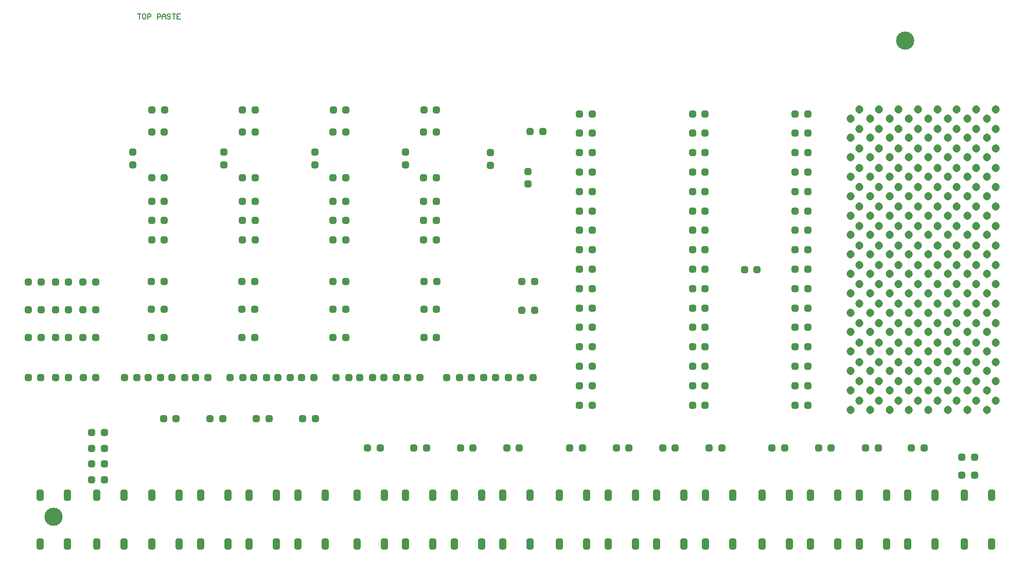
<source format=gtp>
G04*
G04 #@! TF.GenerationSoftware,Altium Limited,CircuitStudio,1.5.2 (30)*
G04*
G04 Layer_Color=9634006*
%FSLAX25Y25*%
%MOIN*%
G70*
G01*
G75*
G04:AMPARAMS|DCode=10|XSize=47.24mil|YSize=47.24mil|CornerRadius=15.59mil|HoleSize=0mil|Usage=FLASHONLY|Rotation=0.000|XOffset=0mil|YOffset=0mil|HoleType=Round|Shape=RoundedRectangle|*
%AMROUNDEDRECTD10*
21,1,0.04724,0.01606,0,0,0.0*
21,1,0.01606,0.04724,0,0,0.0*
1,1,0.03118,0.00803,-0.00803*
1,1,0.03118,-0.00803,-0.00803*
1,1,0.03118,-0.00803,0.00803*
1,1,0.03118,0.00803,0.00803*
%
%ADD10ROUNDEDRECTD10*%
G04:AMPARAMS|DCode=11|XSize=72mil|YSize=46mil|CornerRadius=13.8mil|HoleSize=0mil|Usage=FLASHONLY|Rotation=90.000|XOffset=0mil|YOffset=0mil|HoleType=Round|Shape=RoundedRectangle|*
%AMROUNDEDRECTD11*
21,1,0.07200,0.01840,0,0,90.0*
21,1,0.04440,0.04600,0,0,90.0*
1,1,0.02760,0.00920,0.02220*
1,1,0.02760,0.00920,-0.02220*
1,1,0.02760,-0.00920,-0.02220*
1,1,0.02760,-0.00920,0.02220*
%
%ADD11ROUNDEDRECTD11*%
G04:AMPARAMS|DCode=12|XSize=47.24mil|YSize=47.24mil|CornerRadius=15.59mil|HoleSize=0mil|Usage=FLASHONLY|Rotation=90.000|XOffset=0mil|YOffset=0mil|HoleType=Round|Shape=RoundedRectangle|*
%AMROUNDEDRECTD12*
21,1,0.04724,0.01606,0,0,90.0*
21,1,0.01606,0.04724,0,0,90.0*
1,1,0.03118,0.00803,0.00803*
1,1,0.03118,0.00803,-0.00803*
1,1,0.03118,-0.00803,-0.00803*
1,1,0.03118,-0.00803,0.00803*
%
%ADD12ROUNDEDRECTD12*%
G04:AMPARAMS|DCode=13|XSize=47.24mil|YSize=47.24mil|CornerRadius=15.59mil|HoleSize=0mil|Usage=FLASHONLY|Rotation=45.000|XOffset=0mil|YOffset=0mil|HoleType=Round|Shape=RoundedRectangle|*
%AMROUNDEDRECTD13*
21,1,0.04724,0.01606,0,0,45.0*
21,1,0.01606,0.04724,0,0,45.0*
1,1,0.03118,0.01136,0.00000*
1,1,0.03118,0.00000,-0.01136*
1,1,0.03118,-0.01136,0.00000*
1,1,0.03118,0.00000,0.01136*
%
%ADD13ROUNDEDRECTD13*%
%ADD26C,0.00600*%
%ADD155C,0.11811*%
D10*
X658752Y1001700D02*
D03*
X666952D02*
D03*
X1122658Y1027500D02*
D03*
X1130858D02*
D03*
X904325Y957706D02*
D03*
X912525D02*
D03*
X888938D02*
D03*
X897138D02*
D03*
X873550D02*
D03*
X881750D02*
D03*
X858163D02*
D03*
X866363D02*
D03*
X835695D02*
D03*
X843894D02*
D03*
X820307D02*
D03*
X828507D02*
D03*
X804920D02*
D03*
X813120D02*
D03*
X789532D02*
D03*
X797732D02*
D03*
X767058D02*
D03*
X775257D02*
D03*
X751776D02*
D03*
X759976D02*
D03*
X736389D02*
D03*
X744589D02*
D03*
X721002D02*
D03*
X729202D02*
D03*
X694295D02*
D03*
X702494D02*
D03*
X676507D02*
D03*
X684707D02*
D03*
X658720D02*
D03*
X666920D02*
D03*
X977423Y957657D02*
D03*
X985623D02*
D03*
X694152Y983600D02*
D03*
X702352D02*
D03*
X676452D02*
D03*
X684652D02*
D03*
X658752D02*
D03*
X666952D02*
D03*
X658752Y1019700D02*
D03*
X666952D02*
D03*
X676452D02*
D03*
X684652D02*
D03*
X694152D02*
D03*
X702352D02*
D03*
X738700Y1046887D02*
D03*
X746900D02*
D03*
X797400D02*
D03*
X805600D02*
D03*
X856100D02*
D03*
X864300D02*
D03*
X914800D02*
D03*
X923000D02*
D03*
X738700Y1059594D02*
D03*
X746900D02*
D03*
X797400D02*
D03*
X805600D02*
D03*
X856100D02*
D03*
X864300D02*
D03*
X914800D02*
D03*
X923000D02*
D03*
X738700Y1072100D02*
D03*
X746900D02*
D03*
X797400D02*
D03*
X805600D02*
D03*
X856100D02*
D03*
X864300D02*
D03*
X914800D02*
D03*
X923000D02*
D03*
X738766Y1131157D02*
D03*
X746966D02*
D03*
X797466D02*
D03*
X805666D02*
D03*
X856266D02*
D03*
X864466D02*
D03*
X914966D02*
D03*
X923166D02*
D03*
X1015750Y939780D02*
D03*
X1023950D02*
D03*
X1015750Y952380D02*
D03*
X1023950D02*
D03*
X1015750Y964980D02*
D03*
X1023950D02*
D03*
X1015750Y977580D02*
D03*
X1023950D02*
D03*
X1015750Y990180D02*
D03*
X1023950D02*
D03*
X1015750Y1002780D02*
D03*
X1023950D02*
D03*
X1015750Y1015380D02*
D03*
X1023950D02*
D03*
X1015750Y1027980D02*
D03*
X1023950D02*
D03*
X1015750Y1040580D02*
D03*
X1023950D02*
D03*
X1015750Y1053180D02*
D03*
X1023950D02*
D03*
X1015750Y1065780D02*
D03*
X1023950D02*
D03*
X1015750Y1078380D02*
D03*
X1023950D02*
D03*
X1015750Y1090980D02*
D03*
X1023950D02*
D03*
X1015750Y1103580D02*
D03*
X1023950D02*
D03*
X1015750Y1116180D02*
D03*
X1023950D02*
D03*
X1015750Y1128780D02*
D03*
X1023950D02*
D03*
X1089050Y939780D02*
D03*
X1097250D02*
D03*
X1089050Y952380D02*
D03*
X1097250D02*
D03*
X1089050Y964980D02*
D03*
X1097250D02*
D03*
X1089050Y977580D02*
D03*
X1097250D02*
D03*
X1089050Y990180D02*
D03*
X1097250D02*
D03*
X1089050Y1002780D02*
D03*
X1097250D02*
D03*
X1089050Y1015380D02*
D03*
X1097250D02*
D03*
X1089050Y1027980D02*
D03*
X1097250D02*
D03*
X1089050Y1040580D02*
D03*
X1097250D02*
D03*
X1089050Y1053180D02*
D03*
X1097250D02*
D03*
X1089050Y1065780D02*
D03*
X1097250D02*
D03*
X1089050Y1078380D02*
D03*
X1097250D02*
D03*
X1089050Y1090980D02*
D03*
X1097250D02*
D03*
X1089050Y1103580D02*
D03*
X1097250D02*
D03*
X1089050Y1116180D02*
D03*
X1097250D02*
D03*
X1089050Y1128780D02*
D03*
X1097250D02*
D03*
X1155450Y939780D02*
D03*
X1163650D02*
D03*
X1155450Y952380D02*
D03*
X1163650D02*
D03*
X1155450Y964980D02*
D03*
X1163650D02*
D03*
X1155450Y977580D02*
D03*
X1163650D02*
D03*
X1155450Y990180D02*
D03*
X1163650D02*
D03*
X1155450Y1002780D02*
D03*
X1163650D02*
D03*
X1155450Y1015380D02*
D03*
X1163650D02*
D03*
X1155450Y1027980D02*
D03*
X1163650D02*
D03*
X1155450Y1040580D02*
D03*
X1163650D02*
D03*
X1155450Y1053180D02*
D03*
X1163650D02*
D03*
X1155450Y1065780D02*
D03*
X1163650D02*
D03*
X1155450Y1078380D02*
D03*
X1163650D02*
D03*
X1155450Y1090980D02*
D03*
X1163650D02*
D03*
X1155450Y1103580D02*
D03*
X1163650D02*
D03*
X1155450Y1116180D02*
D03*
X1163650D02*
D03*
X1263500Y894300D02*
D03*
X1271700D02*
D03*
X1263500Y905800D02*
D03*
X1271700D02*
D03*
X1230819Y912000D02*
D03*
X1239019D02*
D03*
X1201125D02*
D03*
X1209325D02*
D03*
X1170644D02*
D03*
X1178844D02*
D03*
X1140557D02*
D03*
X1148757D02*
D03*
X1099769D02*
D03*
X1107969D02*
D03*
X1069682D02*
D03*
X1077882D02*
D03*
X1039594D02*
D03*
X1047795D02*
D03*
X1009507D02*
D03*
X1017707D02*
D03*
X968720D02*
D03*
X976920D02*
D03*
X938632D02*
D03*
X946832D02*
D03*
X908545D02*
D03*
X916745D02*
D03*
X878458D02*
D03*
X886658D02*
D03*
X836570Y930800D02*
D03*
X844770D02*
D03*
X806483D02*
D03*
X814683D02*
D03*
X776395D02*
D03*
X784595D02*
D03*
X746308D02*
D03*
X754508D02*
D03*
X699727Y891313D02*
D03*
X707927D02*
D03*
X699727Y901513D02*
D03*
X707927D02*
D03*
X699727Y911713D02*
D03*
X707927D02*
D03*
X699727Y922013D02*
D03*
X707927D02*
D03*
X961476Y957706D02*
D03*
X969676D02*
D03*
X945689D02*
D03*
X953889D02*
D03*
X929802D02*
D03*
X938002D02*
D03*
X983858Y1117300D02*
D03*
X992058D02*
D03*
X978458Y1001400D02*
D03*
X986658D02*
D03*
X978558Y1020000D02*
D03*
X986758D02*
D03*
X915000Y983600D02*
D03*
X923200D02*
D03*
X856200D02*
D03*
X864400D02*
D03*
X797200D02*
D03*
X805400D02*
D03*
X738500D02*
D03*
X746700D02*
D03*
X915000Y1001800D02*
D03*
X923200D02*
D03*
X856200Y1001900D02*
D03*
X864400D02*
D03*
X797200Y1001800D02*
D03*
X805400D02*
D03*
X738500D02*
D03*
X746700D02*
D03*
X915100Y1019800D02*
D03*
X923300D02*
D03*
X856100D02*
D03*
X864300D02*
D03*
X797200D02*
D03*
X805400D02*
D03*
X738500D02*
D03*
X746700D02*
D03*
X914800Y1087400D02*
D03*
X923000D02*
D03*
X856100D02*
D03*
X864300D02*
D03*
X797400D02*
D03*
X805600D02*
D03*
X738700D02*
D03*
X746900D02*
D03*
X914800Y1117083D02*
D03*
X923000D02*
D03*
X856100D02*
D03*
X864300D02*
D03*
X797400D02*
D03*
X805600D02*
D03*
X738700D02*
D03*
X746900D02*
D03*
X1155450Y1128780D02*
D03*
X1163650D02*
D03*
X694152Y1001700D02*
D03*
X702352D02*
D03*
X676452D02*
D03*
X684652D02*
D03*
D11*
X871670Y849699D02*
D03*
Y881195D02*
D03*
X889386D02*
D03*
Y849699D02*
D03*
X666333D02*
D03*
Y881195D02*
D03*
X684049D02*
D03*
Y849699D02*
D03*
X703033D02*
D03*
Y881195D02*
D03*
X720749D02*
D03*
Y849699D02*
D03*
X738820D02*
D03*
Y881195D02*
D03*
X756536D02*
D03*
Y849699D02*
D03*
X770307D02*
D03*
Y881195D02*
D03*
X788024D02*
D03*
Y849699D02*
D03*
X801801D02*
D03*
Y881195D02*
D03*
X819518D02*
D03*
Y849699D02*
D03*
X833288D02*
D03*
Y881195D02*
D03*
X851005D02*
D03*
Y849699D02*
D03*
X1265012D02*
D03*
Y881195D02*
D03*
X1282729D02*
D03*
Y849699D02*
D03*
X1228437D02*
D03*
Y881195D02*
D03*
X1246154D02*
D03*
Y849699D02*
D03*
X1196950D02*
D03*
Y881195D02*
D03*
X1214666D02*
D03*
Y849699D02*
D03*
X1165456D02*
D03*
Y881195D02*
D03*
X1183173D02*
D03*
Y849699D02*
D03*
X1133969D02*
D03*
Y881195D02*
D03*
X1151685D02*
D03*
Y849699D02*
D03*
X1002819D02*
D03*
Y881195D02*
D03*
X1020536D02*
D03*
Y849699D02*
D03*
X1034307D02*
D03*
Y881195D02*
D03*
X1052023D02*
D03*
Y849699D02*
D03*
X1065800D02*
D03*
Y881195D02*
D03*
X1083517D02*
D03*
Y849699D02*
D03*
X1097288D02*
D03*
Y881195D02*
D03*
X1115004D02*
D03*
Y849699D02*
D03*
X966138D02*
D03*
Y881195D02*
D03*
X983855D02*
D03*
Y849699D02*
D03*
X934651D02*
D03*
Y881195D02*
D03*
X952367D02*
D03*
Y849699D02*
D03*
X903157D02*
D03*
Y881195D02*
D03*
X920874D02*
D03*
Y849699D02*
D03*
D12*
X726572Y1095732D02*
D03*
Y1103932D02*
D03*
X785445Y1095732D02*
D03*
Y1103932D02*
D03*
X844539Y1095732D02*
D03*
Y1103932D02*
D03*
X903239Y1095732D02*
D03*
Y1103932D02*
D03*
X982358Y1083200D02*
D03*
Y1091400D02*
D03*
X958158Y1095300D02*
D03*
Y1103500D02*
D03*
D13*
X1279611Y936781D02*
D03*
X1285409Y942579D02*
D03*
X1267011Y936781D02*
D03*
X1272809Y942579D02*
D03*
X1254411Y936781D02*
D03*
X1260209Y942579D02*
D03*
X1241811Y936781D02*
D03*
X1247609Y942579D02*
D03*
X1229211Y936781D02*
D03*
X1235009Y942579D02*
D03*
X1216611Y936781D02*
D03*
X1222409Y942579D02*
D03*
X1204011Y936781D02*
D03*
X1209809Y942579D02*
D03*
X1191411Y936781D02*
D03*
X1197209Y942579D02*
D03*
X1279611Y949381D02*
D03*
X1285409Y955179D02*
D03*
X1267011Y949381D02*
D03*
X1272809Y955179D02*
D03*
X1254411Y949381D02*
D03*
X1260209Y955179D02*
D03*
X1241811Y949381D02*
D03*
X1247609Y955179D02*
D03*
X1229211Y949381D02*
D03*
X1235009Y955179D02*
D03*
X1216611Y949381D02*
D03*
X1222409Y955179D02*
D03*
X1204011Y949381D02*
D03*
X1209809Y955179D02*
D03*
X1191411Y949381D02*
D03*
X1197209Y955179D02*
D03*
X1279611Y961981D02*
D03*
X1285409Y967779D02*
D03*
X1267011Y961981D02*
D03*
X1272809Y967779D02*
D03*
X1254411Y961981D02*
D03*
X1260209Y967779D02*
D03*
X1241811Y961981D02*
D03*
X1247609Y967779D02*
D03*
X1229211Y961981D02*
D03*
X1235009Y967779D02*
D03*
X1216611Y961981D02*
D03*
X1222409Y967779D02*
D03*
X1204011Y961981D02*
D03*
X1209809Y967779D02*
D03*
X1191411Y961981D02*
D03*
X1197209Y967779D02*
D03*
X1279611Y974581D02*
D03*
X1285409Y980379D02*
D03*
X1267011Y974581D02*
D03*
X1272809Y980379D02*
D03*
X1254411Y974581D02*
D03*
X1260209Y980379D02*
D03*
X1241811Y974581D02*
D03*
X1247609Y980379D02*
D03*
X1229211Y974581D02*
D03*
X1235009Y980379D02*
D03*
X1216611Y974581D02*
D03*
X1222409Y980379D02*
D03*
X1204011Y974581D02*
D03*
X1209809Y980379D02*
D03*
X1191411Y974581D02*
D03*
X1197209Y980379D02*
D03*
X1279611Y987181D02*
D03*
X1285409Y992979D02*
D03*
X1267011Y987181D02*
D03*
X1272809Y992979D02*
D03*
X1254411Y987181D02*
D03*
X1260209Y992979D02*
D03*
X1241811Y987181D02*
D03*
X1247609Y992979D02*
D03*
X1229211Y987181D02*
D03*
X1235009Y992979D02*
D03*
X1216611Y987181D02*
D03*
X1222409Y992979D02*
D03*
X1204011Y987181D02*
D03*
X1209809Y992979D02*
D03*
X1191411Y987181D02*
D03*
X1197209Y992979D02*
D03*
X1279611Y999781D02*
D03*
X1285409Y1005579D02*
D03*
X1267011Y999781D02*
D03*
X1272809Y1005579D02*
D03*
X1254411Y999781D02*
D03*
X1260209Y1005579D02*
D03*
X1241811Y999781D02*
D03*
X1247609Y1005579D02*
D03*
X1229211Y999781D02*
D03*
X1235009Y1005579D02*
D03*
X1216611Y999781D02*
D03*
X1222409Y1005579D02*
D03*
X1204011Y999781D02*
D03*
X1209809Y1005579D02*
D03*
X1191411Y999781D02*
D03*
X1197209Y1005579D02*
D03*
X1279611Y1012381D02*
D03*
X1285409Y1018179D02*
D03*
X1267011Y1012381D02*
D03*
X1272809Y1018179D02*
D03*
X1254411Y1012381D02*
D03*
X1260209Y1018179D02*
D03*
X1241811Y1012381D02*
D03*
X1247609Y1018179D02*
D03*
X1229211Y1012381D02*
D03*
X1235009Y1018179D02*
D03*
X1216611Y1012381D02*
D03*
X1222409Y1018179D02*
D03*
X1204011Y1012381D02*
D03*
X1209809Y1018179D02*
D03*
X1191411Y1012381D02*
D03*
X1197209Y1018179D02*
D03*
X1279611Y1024981D02*
D03*
X1285409Y1030779D02*
D03*
X1267011Y1024981D02*
D03*
X1272809Y1030779D02*
D03*
X1254411Y1024981D02*
D03*
X1260209Y1030779D02*
D03*
X1241811Y1024981D02*
D03*
X1247609Y1030779D02*
D03*
X1229211Y1024981D02*
D03*
X1235009Y1030779D02*
D03*
X1216611Y1024981D02*
D03*
X1222409Y1030779D02*
D03*
X1204011Y1024981D02*
D03*
X1209809Y1030779D02*
D03*
X1191411Y1024981D02*
D03*
X1197209Y1030779D02*
D03*
X1279611Y1037581D02*
D03*
X1285409Y1043379D02*
D03*
X1267011Y1037581D02*
D03*
X1272809Y1043379D02*
D03*
X1254411Y1037581D02*
D03*
X1260209Y1043379D02*
D03*
X1241811Y1037581D02*
D03*
X1247609Y1043379D02*
D03*
X1229211Y1037581D02*
D03*
X1235009Y1043379D02*
D03*
X1216611Y1037581D02*
D03*
X1222409Y1043379D02*
D03*
X1204011Y1037581D02*
D03*
X1209809Y1043379D02*
D03*
X1191411Y1037581D02*
D03*
X1197209Y1043379D02*
D03*
X1279611Y1050181D02*
D03*
X1285409Y1055979D02*
D03*
X1267011Y1050181D02*
D03*
X1272809Y1055979D02*
D03*
X1254411Y1050181D02*
D03*
X1260209Y1055979D02*
D03*
X1241811Y1050181D02*
D03*
X1247609Y1055979D02*
D03*
X1229211Y1050181D02*
D03*
X1235009Y1055979D02*
D03*
X1216611Y1050181D02*
D03*
X1222409Y1055979D02*
D03*
X1204011Y1050181D02*
D03*
X1209809Y1055979D02*
D03*
X1191411Y1050181D02*
D03*
X1197209Y1055979D02*
D03*
X1279611Y1062781D02*
D03*
X1285409Y1068579D02*
D03*
X1267011Y1062781D02*
D03*
X1272809Y1068579D02*
D03*
X1254411Y1062781D02*
D03*
X1260209Y1068579D02*
D03*
X1241811Y1062781D02*
D03*
X1247609Y1068579D02*
D03*
X1229211Y1062781D02*
D03*
X1235009Y1068579D02*
D03*
X1216611Y1062781D02*
D03*
X1222409Y1068579D02*
D03*
X1204011Y1062781D02*
D03*
X1209809Y1068579D02*
D03*
X1191411Y1062781D02*
D03*
X1197209Y1068579D02*
D03*
X1279611Y1075381D02*
D03*
X1285409Y1081179D02*
D03*
X1267011Y1075381D02*
D03*
X1272809Y1081179D02*
D03*
X1254411Y1075381D02*
D03*
X1260209Y1081179D02*
D03*
X1241811Y1075381D02*
D03*
X1247609Y1081179D02*
D03*
X1229211Y1075381D02*
D03*
X1235009Y1081179D02*
D03*
X1216611Y1075381D02*
D03*
X1222409Y1081179D02*
D03*
X1204011Y1075381D02*
D03*
X1209809Y1081179D02*
D03*
X1191411Y1075381D02*
D03*
X1197209Y1081179D02*
D03*
X1279611Y1087981D02*
D03*
X1285409Y1093779D02*
D03*
X1267011Y1087981D02*
D03*
X1272809Y1093779D02*
D03*
X1254411Y1087981D02*
D03*
X1260209Y1093779D02*
D03*
X1241811Y1087981D02*
D03*
X1247609Y1093779D02*
D03*
X1229211Y1087981D02*
D03*
X1235009Y1093779D02*
D03*
X1216611Y1087981D02*
D03*
X1222409Y1093779D02*
D03*
X1204011Y1087981D02*
D03*
X1209809Y1093779D02*
D03*
X1191411Y1087981D02*
D03*
X1197209Y1093779D02*
D03*
X1279611Y1100581D02*
D03*
X1285409Y1106379D02*
D03*
X1267011Y1100581D02*
D03*
X1272809Y1106379D02*
D03*
X1254411Y1100581D02*
D03*
X1260209Y1106379D02*
D03*
X1241811Y1100581D02*
D03*
X1247609Y1106379D02*
D03*
X1229211Y1100581D02*
D03*
X1235009Y1106379D02*
D03*
X1216611Y1100581D02*
D03*
X1222409Y1106379D02*
D03*
X1204011Y1100581D02*
D03*
X1209809Y1106379D02*
D03*
X1191411Y1100581D02*
D03*
X1197209Y1106379D02*
D03*
X1279611Y1113181D02*
D03*
X1285409Y1118979D02*
D03*
X1267011Y1113181D02*
D03*
X1272809Y1118979D02*
D03*
X1254411Y1113181D02*
D03*
X1260209Y1118979D02*
D03*
X1241811Y1113181D02*
D03*
X1247609Y1118979D02*
D03*
X1229211Y1113181D02*
D03*
X1235009Y1118979D02*
D03*
X1216611Y1113181D02*
D03*
X1222409Y1118979D02*
D03*
X1204011Y1113181D02*
D03*
X1209809Y1118979D02*
D03*
X1191411Y1113181D02*
D03*
X1197209Y1118979D02*
D03*
X1279611Y1125781D02*
D03*
X1285409Y1131579D02*
D03*
X1267011Y1125781D02*
D03*
X1272809Y1131579D02*
D03*
X1254411Y1125781D02*
D03*
X1260209Y1131579D02*
D03*
X1241811Y1125781D02*
D03*
X1247609Y1131579D02*
D03*
X1229211Y1125781D02*
D03*
X1235009Y1131579D02*
D03*
X1216611Y1125781D02*
D03*
X1222409Y1131579D02*
D03*
X1204011Y1125781D02*
D03*
X1209809Y1131579D02*
D03*
X1191411Y1125781D02*
D03*
X1197209Y1131579D02*
D03*
D26*
X729558Y1193599D02*
X731691D01*
X730625D01*
Y1190400D01*
X734357Y1193599D02*
X733290D01*
X732757Y1193066D01*
Y1190933D01*
X733290Y1190400D01*
X734357D01*
X734890Y1190933D01*
Y1193066D01*
X734357Y1193599D01*
X735956Y1190400D02*
Y1193599D01*
X737556D01*
X738089Y1193066D01*
Y1192000D01*
X737556Y1191466D01*
X735956D01*
X742354Y1190400D02*
Y1193599D01*
X743954D01*
X744487Y1193066D01*
Y1192000D01*
X743954Y1191466D01*
X742354D01*
X745553Y1190400D02*
Y1192533D01*
X746619Y1193599D01*
X747686Y1192533D01*
Y1190400D01*
Y1192000D01*
X745553D01*
X750885Y1193066D02*
X750352Y1193599D01*
X749285D01*
X748752Y1193066D01*
Y1192533D01*
X749285Y1192000D01*
X750352D01*
X750885Y1191466D01*
Y1190933D01*
X750352Y1190400D01*
X749285D01*
X748752Y1190933D01*
X751951Y1193599D02*
X754084D01*
X753017D01*
Y1190400D01*
X757283Y1193599D02*
X755150D01*
Y1190400D01*
X757283D01*
X755150Y1192000D02*
X756216D01*
D155*
X675258Y867300D02*
D03*
X1226648Y1176160D02*
D03*
M02*

</source>
